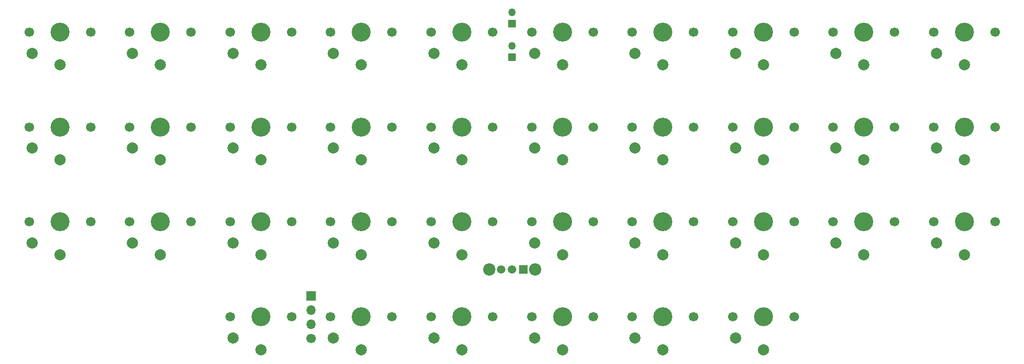
<source format=gbr>
%TF.GenerationSoftware,KiCad,Pcbnew,(6.0.4)*%
%TF.CreationDate,2022-04-26T18:03:51+09:00*%
%TF.ProjectId,hatchet36lp_pcb,68617463-6865-4743-9336-6c705f706362,rev?*%
%TF.SameCoordinates,Original*%
%TF.FileFunction,Soldermask,Top*%
%TF.FilePolarity,Negative*%
%FSLAX46Y46*%
G04 Gerber Fmt 4.6, Leading zero omitted, Abs format (unit mm)*
G04 Created by KiCad (PCBNEW (6.0.4)) date 2022-04-26 18:03:51*
%MOMM*%
%LPD*%
G01*
G04 APERTURE LIST*
%ADD10C,1.700000*%
%ADD11C,3.400000*%
%ADD12C,2.000000*%
%ADD13R,1.350000X1.350000*%
%ADD14O,1.350000X1.350000*%
%ADD15R,1.700000X1.700000*%
%ADD16O,1.700000X1.700000*%
%ADD17C,2.200000*%
%ADD18R,1.500000X1.500000*%
%ADD19C,1.500000*%
G04 APERTURE END LIST*
D10*
%TO.C,SW26*%
X154500000Y-92500000D03*
D11*
X149000000Y-92500000D03*
D10*
X143500000Y-92500000D03*
D12*
X149000000Y-98400000D03*
X144000000Y-96300000D03*
%TD*%
D11*
%TO.C,SW25*%
X131000000Y-92500000D03*
D10*
X125500000Y-92500000D03*
X136500000Y-92500000D03*
D12*
X131000000Y-98400000D03*
X126000000Y-96300000D03*
%TD*%
D10*
%TO.C,SW14*%
X107500000Y-75500000D03*
X118500000Y-75500000D03*
D11*
X113000000Y-75500000D03*
D12*
X113000000Y-81400000D03*
X108000000Y-79300000D03*
%TD*%
D11*
%TO.C,SW30*%
X221000000Y-92500000D03*
D10*
X215500000Y-92500000D03*
X226500000Y-92500000D03*
D12*
X221000000Y-98400000D03*
X216000000Y-96300000D03*
%TD*%
D10*
%TO.C,SW11*%
X64500000Y-75500000D03*
X53500000Y-75500000D03*
D11*
X59000000Y-75500000D03*
D12*
X59000000Y-81400000D03*
X54000000Y-79300000D03*
%TD*%
D11*
%TO.C,SW35*%
X167000000Y-109500000D03*
D10*
X172500000Y-109500000D03*
X161500000Y-109500000D03*
D12*
X167000000Y-115400000D03*
X162000000Y-113300000D03*
%TD*%
D10*
%TO.C,SW36*%
X179500000Y-109500000D03*
D11*
X185000000Y-109500000D03*
D10*
X190500000Y-109500000D03*
D12*
X185000000Y-115400000D03*
X180000000Y-113300000D03*
%TD*%
D10*
%TO.C,SW22*%
X82500000Y-92500000D03*
X71500000Y-92500000D03*
D11*
X77000000Y-92500000D03*
D12*
X77000000Y-98400000D03*
X72000000Y-96300000D03*
%TD*%
D11*
%TO.C,SW2*%
X77000000Y-58500000D03*
D10*
X82500000Y-58500000D03*
X71500000Y-58500000D03*
D12*
X77000000Y-64400000D03*
X72000000Y-62300000D03*
%TD*%
D10*
%TO.C,SW1*%
X64500000Y-58500000D03*
D11*
X59000000Y-58500000D03*
D10*
X53500000Y-58500000D03*
D12*
X59000000Y-64400000D03*
X54000000Y-62300000D03*
%TD*%
D10*
%TO.C,SW7*%
X161500000Y-58500000D03*
D11*
X167000000Y-58500000D03*
D10*
X172500000Y-58500000D03*
D12*
X167000000Y-64400000D03*
X162000000Y-62300000D03*
%TD*%
D11*
%TO.C,SW33*%
X131000000Y-109500000D03*
D10*
X125500000Y-109500000D03*
X136500000Y-109500000D03*
D12*
X131000000Y-115400000D03*
X126000000Y-113300000D03*
%TD*%
D10*
%TO.C,SW32*%
X107500000Y-109500000D03*
D11*
X113000000Y-109500000D03*
D10*
X118500000Y-109500000D03*
D12*
X113000000Y-115400000D03*
X108000000Y-113300000D03*
%TD*%
D10*
%TO.C,SW20*%
X215500000Y-75500000D03*
X226500000Y-75500000D03*
D11*
X221000000Y-75500000D03*
D12*
X221000000Y-81400000D03*
X216000000Y-79300000D03*
%TD*%
D10*
%TO.C,SW27*%
X172500000Y-92500000D03*
D11*
X167000000Y-92500000D03*
D10*
X161500000Y-92500000D03*
D12*
X167000000Y-98400000D03*
X162000000Y-96300000D03*
%TD*%
D10*
%TO.C,SW16*%
X154500000Y-75500000D03*
X143500000Y-75500000D03*
D11*
X149000000Y-75500000D03*
D12*
X149000000Y-81400000D03*
X144000000Y-79300000D03*
%TD*%
D10*
%TO.C,SW19*%
X208500000Y-75500000D03*
X197500000Y-75500000D03*
D11*
X203000000Y-75500000D03*
D12*
X203000000Y-81400000D03*
X198000000Y-79300000D03*
%TD*%
D11*
%TO.C,SW34*%
X149000000Y-109500000D03*
D10*
X154500000Y-109500000D03*
X143500000Y-109500000D03*
D12*
X149000000Y-115400000D03*
X144000000Y-113300000D03*
%TD*%
D10*
%TO.C,SW3*%
X100500000Y-58500000D03*
D11*
X95000000Y-58500000D03*
D10*
X89500000Y-58500000D03*
D12*
X95000000Y-64400000D03*
X90000000Y-62300000D03*
%TD*%
D10*
%TO.C,SW17*%
X161500000Y-75500000D03*
D11*
X167000000Y-75500000D03*
D10*
X172500000Y-75500000D03*
D12*
X167000000Y-81400000D03*
X162000000Y-79300000D03*
%TD*%
D11*
%TO.C,SW15*%
X131000000Y-75500000D03*
D10*
X136500000Y-75500000D03*
X125500000Y-75500000D03*
D12*
X131000000Y-81400000D03*
X126000000Y-79300000D03*
%TD*%
D10*
%TO.C,SW29*%
X208500000Y-92500000D03*
X197500000Y-92500000D03*
D11*
X203000000Y-92500000D03*
D12*
X203000000Y-98400000D03*
X198000000Y-96300000D03*
%TD*%
D11*
%TO.C,SW6*%
X149000000Y-58500000D03*
D10*
X154500000Y-58500000D03*
X143500000Y-58500000D03*
D12*
X149000000Y-64400000D03*
X144000000Y-62300000D03*
%TD*%
D10*
%TO.C,SW23*%
X100500000Y-92500000D03*
D11*
X95000000Y-92500000D03*
D10*
X89500000Y-92500000D03*
D12*
X95000000Y-98400000D03*
X90000000Y-96300000D03*
%TD*%
D10*
%TO.C,SW13*%
X89500000Y-75500000D03*
D11*
X95000000Y-75500000D03*
D10*
X100500000Y-75500000D03*
D12*
X95000000Y-81400000D03*
X90000000Y-79300000D03*
%TD*%
D11*
%TO.C,SW28*%
X185000000Y-92500000D03*
D10*
X190500000Y-92500000D03*
X179500000Y-92500000D03*
D12*
X185000000Y-98400000D03*
X180000000Y-96300000D03*
%TD*%
D11*
%TO.C,SW24*%
X113000000Y-92500000D03*
D10*
X107500000Y-92500000D03*
X118500000Y-92500000D03*
D12*
X113000000Y-98400000D03*
X108000000Y-96300000D03*
%TD*%
D11*
%TO.C,SW18*%
X185000000Y-75500000D03*
D10*
X190500000Y-75500000D03*
X179500000Y-75500000D03*
D12*
X185000000Y-81400000D03*
X180000000Y-79300000D03*
%TD*%
D11*
%TO.C,SW4*%
X113000000Y-58500000D03*
D10*
X118500000Y-58500000D03*
X107500000Y-58500000D03*
D12*
X113000000Y-64400000D03*
X108000000Y-62300000D03*
%TD*%
D10*
%TO.C,SW12*%
X82500000Y-75500000D03*
X71500000Y-75500000D03*
D11*
X77000000Y-75500000D03*
D12*
X77000000Y-81400000D03*
X72000000Y-79300000D03*
%TD*%
D10*
%TO.C,SW5*%
X136500000Y-58500000D03*
D11*
X131000000Y-58500000D03*
D10*
X125500000Y-58500000D03*
D12*
X131000000Y-64400000D03*
X126000000Y-62300000D03*
%TD*%
D11*
%TO.C,SW9*%
X203000000Y-58500000D03*
D10*
X208500000Y-58500000D03*
X197500000Y-58500000D03*
D12*
X203000000Y-64400000D03*
X198000000Y-62300000D03*
%TD*%
D11*
%TO.C,SW8*%
X185000000Y-58500000D03*
D10*
X179500000Y-58500000D03*
X190500000Y-58500000D03*
D12*
X185000000Y-64400000D03*
X180000000Y-62300000D03*
%TD*%
D10*
%TO.C,SW21*%
X53500000Y-92500000D03*
X64500000Y-92500000D03*
D11*
X59000000Y-92500000D03*
D12*
X59000000Y-98400000D03*
X54000000Y-96300000D03*
%TD*%
D11*
%TO.C,SW31*%
X95000000Y-109500000D03*
D10*
X100500000Y-109500000D03*
X89500000Y-109500000D03*
D12*
X95000000Y-115400000D03*
X90000000Y-113300000D03*
%TD*%
D10*
%TO.C,SW10*%
X226500000Y-58500000D03*
D11*
X221000000Y-58500000D03*
D10*
X215500000Y-58500000D03*
D12*
X221000000Y-64400000D03*
X216000000Y-62300000D03*
%TD*%
D13*
%TO.C,J1*%
X140000000Y-63000000D03*
D14*
X140000000Y-61000000D03*
%TD*%
D13*
%TO.C,J2*%
X140000000Y-57000000D03*
D14*
X140000000Y-55000000D03*
%TD*%
D15*
%TO.C,J3*%
X104000000Y-105780000D03*
D16*
X104000000Y-108320000D03*
X104000000Y-110860000D03*
D10*
X104000000Y-113400000D03*
%TD*%
D17*
%TO.C,SW38*%
X144100000Y-101002500D03*
X135900000Y-101002500D03*
D18*
X142000000Y-101002500D03*
D19*
X140000000Y-101002500D03*
X138000000Y-101002500D03*
%TD*%
M02*

</source>
